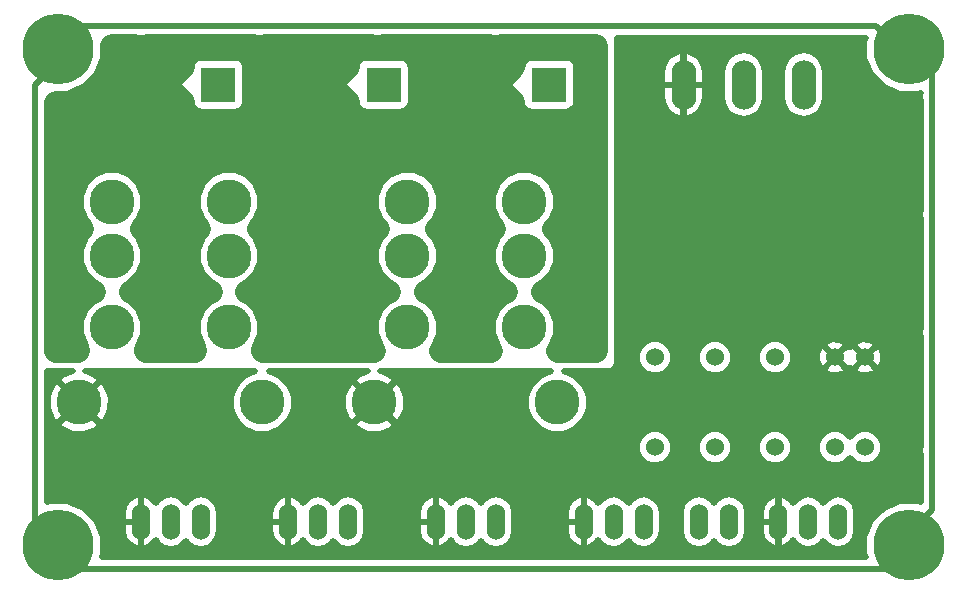
<source format=gbr>
G04 #@! TF.FileFunction,Copper,L2,Bot,Signal*
%FSLAX46Y46*%
G04 Gerber Fmt 4.6, Leading zero omitted, Abs format (unit mm)*
G04 Created by KiCad (PCBNEW 4.0.6) date 06/08/17 14:50:25*
%MOMM*%
%LPD*%
G01*
G04 APERTURE LIST*
%ADD10C,0.100000*%
%ADD11O,1.524000X3.048000*%
%ADD12C,3.800000*%
%ADD13C,6.000000*%
%ADD14O,2.095500X4.191000*%
%ADD15C,1.524000*%
%ADD16R,3.000000X3.000000*%
%ADD17C,3.000000*%
%ADD18C,0.600000*%
%ADD19C,0.500000*%
%ADD20C,2.000000*%
G04 APERTURE END LIST*
D10*
D11*
X173270000Y-119500000D03*
X170730000Y-119500000D03*
D12*
X155950000Y-92390000D03*
X146050000Y-92390000D03*
X146050000Y-96960000D03*
X146050000Y-103050000D03*
X155950000Y-96960000D03*
X155950000Y-103050000D03*
X158745000Y-109400000D03*
X143255000Y-109400000D03*
D11*
X128540000Y-119500000D03*
X126000000Y-119500000D03*
X123460000Y-119500000D03*
X182540000Y-119500000D03*
X180000000Y-119500000D03*
X177460000Y-119500000D03*
D13*
X188500000Y-79500000D03*
X116500000Y-121500000D03*
X188500000Y-121500000D03*
X116500000Y-79500000D03*
D14*
X179580000Y-82500000D03*
X174500000Y-82500000D03*
X169420000Y-82500000D03*
D11*
X153540000Y-119500000D03*
X151000000Y-119500000D03*
X148460000Y-119500000D03*
X141040000Y-119500000D03*
X138500000Y-119500000D03*
X135960000Y-119500000D03*
X166040000Y-119500000D03*
X163500000Y-119500000D03*
X160960000Y-119500000D03*
D15*
X184800000Y-113200000D03*
X182260000Y-113200000D03*
X184800000Y-105580000D03*
X177180000Y-113200000D03*
X182260000Y-105580000D03*
X172100000Y-113200000D03*
X177180000Y-105580000D03*
X167000000Y-113200000D03*
X167020000Y-105580000D03*
X172100000Y-105580000D03*
D12*
X130950000Y-92390000D03*
X121050000Y-92390000D03*
X121050000Y-96960000D03*
X121050000Y-103050000D03*
X130950000Y-96960000D03*
X130950000Y-103050000D03*
X133745000Y-109400000D03*
X118255000Y-109400000D03*
D16*
X130040000Y-82500000D03*
D17*
X124960000Y-82500000D03*
D16*
X144040000Y-82500000D03*
D17*
X138960000Y-82500000D03*
D16*
X158040000Y-82500000D03*
D17*
X152960000Y-82500000D03*
D18*
X174300000Y-98300000D03*
X183500000Y-77500000D03*
X173500000Y-77500000D03*
X128500000Y-123500000D03*
X114500000Y-113500000D03*
X114500000Y-103500000D03*
X114500000Y-93500000D03*
X114500000Y-83500000D03*
X123500000Y-77500000D03*
X133500000Y-77500000D03*
X143500000Y-77500000D03*
X153500000Y-77500000D03*
X163500000Y-77500000D03*
X190500000Y-83500000D03*
X190500000Y-93500000D03*
X190500000Y-103500000D03*
X190500000Y-113500000D03*
X178500000Y-123500000D03*
X168500000Y-123500000D03*
X158500000Y-123500000D03*
X148500000Y-123500000D03*
D19*
X128500000Y-123500000D02*
X186500000Y-123500000D01*
X118500000Y-123500000D02*
X128500000Y-123500000D01*
X116500000Y-121500000D02*
X118500000Y-123500000D01*
X123500000Y-77500000D02*
X118500000Y-77500000D01*
X118500000Y-77500000D02*
X116500000Y-79500000D01*
X133500000Y-77500000D02*
X123500000Y-77500000D01*
X143500000Y-77500000D02*
X133500000Y-77500000D01*
X153500000Y-77500000D02*
X143500000Y-77500000D01*
X163500000Y-77500000D02*
X153500000Y-77500000D01*
X173500000Y-77500000D02*
X163500000Y-77500000D01*
X185750000Y-77500000D02*
X173500000Y-77500000D01*
X187750000Y-79500000D02*
X185750000Y-77500000D01*
X188500000Y-79500000D02*
X187750000Y-79500000D01*
X188500000Y-79500000D02*
X188000000Y-79500000D01*
X116500000Y-79500000D02*
X116500000Y-80500000D01*
X116500000Y-80500000D02*
X114500000Y-82500000D01*
X114500000Y-82500000D02*
X114500000Y-119500000D01*
X114500000Y-119500000D02*
X116500000Y-121500000D01*
X188500000Y-121500000D02*
X188500000Y-120500000D01*
X188500000Y-120500000D02*
X190500000Y-118500000D01*
X190500000Y-118500000D02*
X190500000Y-81500000D01*
X190500000Y-81500000D02*
X188500000Y-79500000D01*
X138500000Y-123500000D02*
X186500000Y-123500000D01*
X186500000Y-123500000D02*
X188500000Y-121500000D01*
X116500000Y-121500000D02*
X117500000Y-121500000D01*
G36*
X173288628Y-78557816D02*
X173709526Y-78558183D01*
X173830978Y-78508000D01*
X183168658Y-78508000D01*
X183288628Y-78557816D01*
X183709526Y-78558183D01*
X183830978Y-78508000D01*
X184842811Y-78508000D01*
X184742653Y-78749208D01*
X184741349Y-80244233D01*
X185312265Y-81625955D01*
X186368484Y-82684020D01*
X187749208Y-83257347D01*
X189244233Y-83258651D01*
X189492000Y-83156276D01*
X189492000Y-83168658D01*
X189442184Y-83288628D01*
X189441817Y-83709526D01*
X189492000Y-83830978D01*
X189492000Y-93168658D01*
X189442184Y-93288628D01*
X189441817Y-93709526D01*
X189492000Y-93830978D01*
X189492000Y-103168658D01*
X189442184Y-103288628D01*
X189441817Y-103709526D01*
X189492000Y-103830978D01*
X189492000Y-113168658D01*
X189442184Y-113288628D01*
X189441817Y-113709526D01*
X189492000Y-113830978D01*
X189492000Y-117842811D01*
X189250792Y-117742653D01*
X187755767Y-117741349D01*
X186374045Y-118312265D01*
X185315980Y-119368484D01*
X184742653Y-120749208D01*
X184741349Y-122244233D01*
X184843724Y-122492000D01*
X178831342Y-122492000D01*
X178711372Y-122442184D01*
X178290474Y-122441817D01*
X178169022Y-122492000D01*
X168831342Y-122492000D01*
X168711372Y-122442184D01*
X168290474Y-122441817D01*
X168169022Y-122492000D01*
X158831342Y-122492000D01*
X158711372Y-122442184D01*
X158290474Y-122441817D01*
X158169022Y-122492000D01*
X148831342Y-122492000D01*
X148711372Y-122442184D01*
X148290474Y-122441817D01*
X148169022Y-122492000D01*
X128831342Y-122492000D01*
X128711372Y-122442184D01*
X128290474Y-122441817D01*
X128169022Y-122492000D01*
X120157189Y-122492000D01*
X120257347Y-122250792D01*
X120258651Y-120755767D01*
X119741432Y-119504000D01*
X121940000Y-119504000D01*
X121940000Y-120266000D01*
X122057234Y-120847374D01*
X122388026Y-121339630D01*
X122882016Y-121667827D01*
X123218270Y-121762656D01*
X123456000Y-121592494D01*
X123456000Y-119504000D01*
X121940000Y-119504000D01*
X119741432Y-119504000D01*
X119687735Y-119374045D01*
X119048807Y-118734000D01*
X121940000Y-118734000D01*
X121940000Y-119496000D01*
X123456000Y-119496000D01*
X123456000Y-117407506D01*
X123464000Y-117407506D01*
X123464000Y-119496000D01*
X123484000Y-119496000D01*
X123484000Y-119504000D01*
X123464000Y-119504000D01*
X123464000Y-121592494D01*
X123701730Y-121762656D01*
X124037984Y-121667827D01*
X124531974Y-121339630D01*
X124715114Y-121067097D01*
X124925198Y-121381509D01*
X125418321Y-121711004D01*
X126000000Y-121826707D01*
X126581679Y-121711004D01*
X127074802Y-121381509D01*
X127270000Y-121089375D01*
X127465198Y-121381509D01*
X127958321Y-121711004D01*
X128540000Y-121826707D01*
X129121679Y-121711004D01*
X129614802Y-121381509D01*
X129944297Y-120888386D01*
X130060000Y-120306707D01*
X130060000Y-119504000D01*
X134440000Y-119504000D01*
X134440000Y-120266000D01*
X134557234Y-120847374D01*
X134888026Y-121339630D01*
X135382016Y-121667827D01*
X135718270Y-121762656D01*
X135956000Y-121592494D01*
X135956000Y-119504000D01*
X134440000Y-119504000D01*
X130060000Y-119504000D01*
X130060000Y-118734000D01*
X134440000Y-118734000D01*
X134440000Y-119496000D01*
X135956000Y-119496000D01*
X135956000Y-117407506D01*
X135964000Y-117407506D01*
X135964000Y-119496000D01*
X135984000Y-119496000D01*
X135984000Y-119504000D01*
X135964000Y-119504000D01*
X135964000Y-121592494D01*
X136201730Y-121762656D01*
X136537984Y-121667827D01*
X137031974Y-121339630D01*
X137215114Y-121067097D01*
X137425198Y-121381509D01*
X137918321Y-121711004D01*
X138500000Y-121826707D01*
X139081679Y-121711004D01*
X139574802Y-121381509D01*
X139770000Y-121089375D01*
X139965198Y-121381509D01*
X140458321Y-121711004D01*
X141040000Y-121826707D01*
X141621679Y-121711004D01*
X142114802Y-121381509D01*
X142444297Y-120888386D01*
X142560000Y-120306707D01*
X142560000Y-119504000D01*
X146940000Y-119504000D01*
X146940000Y-120266000D01*
X147057234Y-120847374D01*
X147388026Y-121339630D01*
X147882016Y-121667827D01*
X148218270Y-121762656D01*
X148456000Y-121592494D01*
X148456000Y-119504000D01*
X146940000Y-119504000D01*
X142560000Y-119504000D01*
X142560000Y-118734000D01*
X146940000Y-118734000D01*
X146940000Y-119496000D01*
X148456000Y-119496000D01*
X148456000Y-117407506D01*
X148464000Y-117407506D01*
X148464000Y-119496000D01*
X148484000Y-119496000D01*
X148484000Y-119504000D01*
X148464000Y-119504000D01*
X148464000Y-121592494D01*
X148701730Y-121762656D01*
X149037984Y-121667827D01*
X149531974Y-121339630D01*
X149715114Y-121067097D01*
X149925198Y-121381509D01*
X150418321Y-121711004D01*
X151000000Y-121826707D01*
X151581679Y-121711004D01*
X152074802Y-121381509D01*
X152270000Y-121089375D01*
X152465198Y-121381509D01*
X152958321Y-121711004D01*
X153540000Y-121826707D01*
X154121679Y-121711004D01*
X154614802Y-121381509D01*
X154944297Y-120888386D01*
X155060000Y-120306707D01*
X155060000Y-119504000D01*
X159440000Y-119504000D01*
X159440000Y-120266000D01*
X159557234Y-120847374D01*
X159888026Y-121339630D01*
X160382016Y-121667827D01*
X160718270Y-121762656D01*
X160956000Y-121592494D01*
X160956000Y-119504000D01*
X159440000Y-119504000D01*
X155060000Y-119504000D01*
X155060000Y-118734000D01*
X159440000Y-118734000D01*
X159440000Y-119496000D01*
X160956000Y-119496000D01*
X160956000Y-117407506D01*
X160964000Y-117407506D01*
X160964000Y-119496000D01*
X160984000Y-119496000D01*
X160984000Y-119504000D01*
X160964000Y-119504000D01*
X160964000Y-121592494D01*
X161201730Y-121762656D01*
X161537984Y-121667827D01*
X162031974Y-121339630D01*
X162215114Y-121067097D01*
X162425198Y-121381509D01*
X162918321Y-121711004D01*
X163500000Y-121826707D01*
X164081679Y-121711004D01*
X164574802Y-121381509D01*
X164770000Y-121089375D01*
X164965198Y-121381509D01*
X165458321Y-121711004D01*
X166040000Y-121826707D01*
X166621679Y-121711004D01*
X167114802Y-121381509D01*
X167444297Y-120888386D01*
X167560000Y-120306707D01*
X167560000Y-118693293D01*
X169210000Y-118693293D01*
X169210000Y-120306707D01*
X169325703Y-120888386D01*
X169655198Y-121381509D01*
X170148321Y-121711004D01*
X170730000Y-121826707D01*
X171311679Y-121711004D01*
X171804802Y-121381509D01*
X172000000Y-121089375D01*
X172195198Y-121381509D01*
X172688321Y-121711004D01*
X173270000Y-121826707D01*
X173851679Y-121711004D01*
X174344802Y-121381509D01*
X174674297Y-120888386D01*
X174790000Y-120306707D01*
X174790000Y-119504000D01*
X175940000Y-119504000D01*
X175940000Y-120266000D01*
X176057234Y-120847374D01*
X176388026Y-121339630D01*
X176882016Y-121667827D01*
X177218270Y-121762656D01*
X177456000Y-121592494D01*
X177456000Y-119504000D01*
X175940000Y-119504000D01*
X174790000Y-119504000D01*
X174790000Y-118734000D01*
X175940000Y-118734000D01*
X175940000Y-119496000D01*
X177456000Y-119496000D01*
X177456000Y-117407506D01*
X177464000Y-117407506D01*
X177464000Y-119496000D01*
X177484000Y-119496000D01*
X177484000Y-119504000D01*
X177464000Y-119504000D01*
X177464000Y-121592494D01*
X177701730Y-121762656D01*
X178037984Y-121667827D01*
X178531974Y-121339630D01*
X178715114Y-121067097D01*
X178925198Y-121381509D01*
X179418321Y-121711004D01*
X180000000Y-121826707D01*
X180581679Y-121711004D01*
X181074802Y-121381509D01*
X181270000Y-121089375D01*
X181465198Y-121381509D01*
X181958321Y-121711004D01*
X182540000Y-121826707D01*
X183121679Y-121711004D01*
X183614802Y-121381509D01*
X183944297Y-120888386D01*
X184060000Y-120306707D01*
X184060000Y-118693293D01*
X183944297Y-118111614D01*
X183614802Y-117618491D01*
X183121679Y-117288996D01*
X182540000Y-117173293D01*
X181958321Y-117288996D01*
X181465198Y-117618491D01*
X181270000Y-117910625D01*
X181074802Y-117618491D01*
X180581679Y-117288996D01*
X180000000Y-117173293D01*
X179418321Y-117288996D01*
X178925198Y-117618491D01*
X178715114Y-117932903D01*
X178531974Y-117660370D01*
X178037984Y-117332173D01*
X177701730Y-117237344D01*
X177464000Y-117407506D01*
X177456000Y-117407506D01*
X177218270Y-117237344D01*
X176882016Y-117332173D01*
X176388026Y-117660370D01*
X176057234Y-118152626D01*
X175940000Y-118734000D01*
X174790000Y-118734000D01*
X174790000Y-118693293D01*
X174674297Y-118111614D01*
X174344802Y-117618491D01*
X173851679Y-117288996D01*
X173270000Y-117173293D01*
X172688321Y-117288996D01*
X172195198Y-117618491D01*
X172000000Y-117910625D01*
X171804802Y-117618491D01*
X171311679Y-117288996D01*
X170730000Y-117173293D01*
X170148321Y-117288996D01*
X169655198Y-117618491D01*
X169325703Y-118111614D01*
X169210000Y-118693293D01*
X167560000Y-118693293D01*
X167444297Y-118111614D01*
X167114802Y-117618491D01*
X166621679Y-117288996D01*
X166040000Y-117173293D01*
X165458321Y-117288996D01*
X164965198Y-117618491D01*
X164770000Y-117910625D01*
X164574802Y-117618491D01*
X164081679Y-117288996D01*
X163500000Y-117173293D01*
X162918321Y-117288996D01*
X162425198Y-117618491D01*
X162215114Y-117932903D01*
X162031974Y-117660370D01*
X161537984Y-117332173D01*
X161201730Y-117237344D01*
X160964000Y-117407506D01*
X160956000Y-117407506D01*
X160718270Y-117237344D01*
X160382016Y-117332173D01*
X159888026Y-117660370D01*
X159557234Y-118152626D01*
X159440000Y-118734000D01*
X155060000Y-118734000D01*
X155060000Y-118693293D01*
X154944297Y-118111614D01*
X154614802Y-117618491D01*
X154121679Y-117288996D01*
X153540000Y-117173293D01*
X152958321Y-117288996D01*
X152465198Y-117618491D01*
X152270000Y-117910625D01*
X152074802Y-117618491D01*
X151581679Y-117288996D01*
X151000000Y-117173293D01*
X150418321Y-117288996D01*
X149925198Y-117618491D01*
X149715114Y-117932903D01*
X149531974Y-117660370D01*
X149037984Y-117332173D01*
X148701730Y-117237344D01*
X148464000Y-117407506D01*
X148456000Y-117407506D01*
X148218270Y-117237344D01*
X147882016Y-117332173D01*
X147388026Y-117660370D01*
X147057234Y-118152626D01*
X146940000Y-118734000D01*
X142560000Y-118734000D01*
X142560000Y-118693293D01*
X142444297Y-118111614D01*
X142114802Y-117618491D01*
X141621679Y-117288996D01*
X141040000Y-117173293D01*
X140458321Y-117288996D01*
X139965198Y-117618491D01*
X139770000Y-117910625D01*
X139574802Y-117618491D01*
X139081679Y-117288996D01*
X138500000Y-117173293D01*
X137918321Y-117288996D01*
X137425198Y-117618491D01*
X137215114Y-117932903D01*
X137031974Y-117660370D01*
X136537984Y-117332173D01*
X136201730Y-117237344D01*
X135964000Y-117407506D01*
X135956000Y-117407506D01*
X135718270Y-117237344D01*
X135382016Y-117332173D01*
X134888026Y-117660370D01*
X134557234Y-118152626D01*
X134440000Y-118734000D01*
X130060000Y-118734000D01*
X130060000Y-118693293D01*
X129944297Y-118111614D01*
X129614802Y-117618491D01*
X129121679Y-117288996D01*
X128540000Y-117173293D01*
X127958321Y-117288996D01*
X127465198Y-117618491D01*
X127270000Y-117910625D01*
X127074802Y-117618491D01*
X126581679Y-117288996D01*
X126000000Y-117173293D01*
X125418321Y-117288996D01*
X124925198Y-117618491D01*
X124715114Y-117932903D01*
X124531974Y-117660370D01*
X124037984Y-117332173D01*
X123701730Y-117237344D01*
X123464000Y-117407506D01*
X123456000Y-117407506D01*
X123218270Y-117237344D01*
X122882016Y-117332173D01*
X122388026Y-117660370D01*
X122057234Y-118152626D01*
X121940000Y-118734000D01*
X119048807Y-118734000D01*
X118631516Y-118315980D01*
X117250792Y-117742653D01*
X115755767Y-117741349D01*
X115508000Y-117843724D01*
X115508000Y-113831342D01*
X115557816Y-113711372D01*
X115557999Y-113501020D01*
X165479736Y-113501020D01*
X165710655Y-114059886D01*
X166137865Y-114487842D01*
X166696327Y-114719736D01*
X167301020Y-114720264D01*
X167859886Y-114489345D01*
X168287842Y-114062135D01*
X168519736Y-113503673D01*
X168519738Y-113501020D01*
X170579736Y-113501020D01*
X170810655Y-114059886D01*
X171237865Y-114487842D01*
X171796327Y-114719736D01*
X172401020Y-114720264D01*
X172959886Y-114489345D01*
X173387842Y-114062135D01*
X173619736Y-113503673D01*
X173619738Y-113501020D01*
X175659736Y-113501020D01*
X175890655Y-114059886D01*
X176317865Y-114487842D01*
X176876327Y-114719736D01*
X177481020Y-114720264D01*
X178039886Y-114489345D01*
X178467842Y-114062135D01*
X178699736Y-113503673D01*
X178699738Y-113501020D01*
X180739736Y-113501020D01*
X180970655Y-114059886D01*
X181397865Y-114487842D01*
X181956327Y-114719736D01*
X182561020Y-114720264D01*
X183119886Y-114489345D01*
X183530341Y-114079606D01*
X183937865Y-114487842D01*
X184496327Y-114719736D01*
X185101020Y-114720264D01*
X185659886Y-114489345D01*
X186087842Y-114062135D01*
X186319736Y-113503673D01*
X186320264Y-112898980D01*
X186089345Y-112340114D01*
X185662135Y-111912158D01*
X185103673Y-111680264D01*
X184498980Y-111679736D01*
X183940114Y-111910655D01*
X183529659Y-112320394D01*
X183122135Y-111912158D01*
X182563673Y-111680264D01*
X181958980Y-111679736D01*
X181400114Y-111910655D01*
X180972158Y-112337865D01*
X180740264Y-112896327D01*
X180739736Y-113501020D01*
X178699738Y-113501020D01*
X178700264Y-112898980D01*
X178469345Y-112340114D01*
X178042135Y-111912158D01*
X177483673Y-111680264D01*
X176878980Y-111679736D01*
X176320114Y-111910655D01*
X175892158Y-112337865D01*
X175660264Y-112896327D01*
X175659736Y-113501020D01*
X173619738Y-113501020D01*
X173620264Y-112898980D01*
X173389345Y-112340114D01*
X172962135Y-111912158D01*
X172403673Y-111680264D01*
X171798980Y-111679736D01*
X171240114Y-111910655D01*
X170812158Y-112337865D01*
X170580264Y-112896327D01*
X170579736Y-113501020D01*
X168519738Y-113501020D01*
X168520264Y-112898980D01*
X168289345Y-112340114D01*
X167862135Y-111912158D01*
X167303673Y-111680264D01*
X166698980Y-111679736D01*
X166140114Y-111910655D01*
X165712158Y-112337865D01*
X165480264Y-112896327D01*
X165479736Y-113501020D01*
X115557999Y-113501020D01*
X115558183Y-113290474D01*
X115508000Y-113169022D01*
X115508000Y-111185141D01*
X116475516Y-111185141D01*
X116665297Y-111594844D01*
X117626236Y-112036124D01*
X118682899Y-112076080D01*
X119674418Y-111708626D01*
X119844703Y-111594844D01*
X120034484Y-111185141D01*
X118255000Y-109405657D01*
X116475516Y-111185141D01*
X115508000Y-111185141D01*
X115508000Y-109827899D01*
X115578920Y-109827899D01*
X115946374Y-110819418D01*
X116060156Y-110989703D01*
X116469859Y-111179484D01*
X118249343Y-109400000D01*
X118260657Y-109400000D01*
X120040141Y-111179484D01*
X120449844Y-110989703D01*
X120891124Y-110028764D01*
X120931080Y-108972101D01*
X120563626Y-107980582D01*
X120449844Y-107810297D01*
X120040141Y-107620516D01*
X118260657Y-109400000D01*
X118249343Y-109400000D01*
X116469859Y-107620516D01*
X116060156Y-107810297D01*
X115618876Y-108771236D01*
X115578920Y-109827899D01*
X115508000Y-109827899D01*
X115508000Y-106758000D01*
X117735141Y-106758000D01*
X116835582Y-107091374D01*
X116665297Y-107205156D01*
X116475516Y-107614859D01*
X118255000Y-109394343D01*
X120034484Y-107614859D01*
X119844703Y-107205156D01*
X118883764Y-106763876D01*
X118728369Y-106758000D01*
X133178775Y-106758000D01*
X132241331Y-107145344D01*
X131492971Y-107892398D01*
X131087463Y-108868972D01*
X131086540Y-109926389D01*
X131490344Y-110903669D01*
X132237398Y-111652029D01*
X133213972Y-112057537D01*
X134271389Y-112058460D01*
X135248669Y-111654656D01*
X135719004Y-111185141D01*
X141475516Y-111185141D01*
X141665297Y-111594844D01*
X142626236Y-112036124D01*
X143682899Y-112076080D01*
X144674418Y-111708626D01*
X144844703Y-111594844D01*
X145034484Y-111185141D01*
X143255000Y-109405657D01*
X141475516Y-111185141D01*
X135719004Y-111185141D01*
X135997029Y-110907602D01*
X136402537Y-109931028D01*
X136402627Y-109827899D01*
X140578920Y-109827899D01*
X140946374Y-110819418D01*
X141060156Y-110989703D01*
X141469859Y-111179484D01*
X143249343Y-109400000D01*
X143260657Y-109400000D01*
X145040141Y-111179484D01*
X145449844Y-110989703D01*
X145891124Y-110028764D01*
X145931080Y-108972101D01*
X145563626Y-107980582D01*
X145449844Y-107810297D01*
X145040141Y-107620516D01*
X143260657Y-109400000D01*
X143249343Y-109400000D01*
X141469859Y-107620516D01*
X141060156Y-107810297D01*
X140618876Y-108771236D01*
X140578920Y-109827899D01*
X136402627Y-109827899D01*
X136403460Y-108873611D01*
X135999656Y-107896331D01*
X135252602Y-107147971D01*
X134313445Y-106758000D01*
X142735141Y-106758000D01*
X141835582Y-107091374D01*
X141665297Y-107205156D01*
X141475516Y-107614859D01*
X143255000Y-109394343D01*
X145034484Y-107614859D01*
X144844703Y-107205156D01*
X143883764Y-106763876D01*
X143728369Y-106758000D01*
X158178775Y-106758000D01*
X157241331Y-107145344D01*
X156492971Y-107892398D01*
X156087463Y-108868972D01*
X156086540Y-109926389D01*
X156490344Y-110903669D01*
X157237398Y-111652029D01*
X158213972Y-112057537D01*
X159271389Y-112058460D01*
X160248669Y-111654656D01*
X160997029Y-110907602D01*
X161402537Y-109931028D01*
X161403460Y-108873611D01*
X160999656Y-107896331D01*
X160252602Y-107147971D01*
X159313445Y-106758000D01*
X163000000Y-106758000D01*
X163275501Y-106706161D01*
X163528531Y-106543340D01*
X163698280Y-106294904D01*
X163758000Y-106000000D01*
X163758000Y-105881020D01*
X165499736Y-105881020D01*
X165730655Y-106439886D01*
X166157865Y-106867842D01*
X166716327Y-107099736D01*
X167321020Y-107100264D01*
X167879886Y-106869345D01*
X168307842Y-106442135D01*
X168539736Y-105883673D01*
X168539738Y-105881020D01*
X170579736Y-105881020D01*
X170810655Y-106439886D01*
X171237865Y-106867842D01*
X171796327Y-107099736D01*
X172401020Y-107100264D01*
X172959886Y-106869345D01*
X173387842Y-106442135D01*
X173619736Y-105883673D01*
X173619738Y-105881020D01*
X175659736Y-105881020D01*
X175890655Y-106439886D01*
X176317865Y-106867842D01*
X176876327Y-107099736D01*
X177481020Y-107100264D01*
X178039886Y-106869345D01*
X178365110Y-106544687D01*
X181300970Y-106544687D01*
X181352302Y-106836145D01*
X181902101Y-107087888D01*
X182506389Y-107110069D01*
X183073165Y-106899311D01*
X183167698Y-106836145D01*
X183219030Y-106544687D01*
X183840970Y-106544687D01*
X183892302Y-106836145D01*
X184442101Y-107087888D01*
X185046389Y-107110069D01*
X185613165Y-106899311D01*
X185707698Y-106836145D01*
X185759030Y-106544687D01*
X184800000Y-105585657D01*
X183840970Y-106544687D01*
X183219030Y-106544687D01*
X182260000Y-105585657D01*
X181300970Y-106544687D01*
X178365110Y-106544687D01*
X178467842Y-106442135D01*
X178699736Y-105883673D01*
X178699786Y-105826389D01*
X180729931Y-105826389D01*
X180940689Y-106393165D01*
X181003855Y-106487698D01*
X181295313Y-106539030D01*
X182254343Y-105580000D01*
X182265657Y-105580000D01*
X183224687Y-106539030D01*
X183516145Y-106487698D01*
X183527412Y-106463090D01*
X183543855Y-106487698D01*
X183835313Y-106539030D01*
X184794343Y-105580000D01*
X184805657Y-105580000D01*
X185764687Y-106539030D01*
X186056145Y-106487698D01*
X186307888Y-105937899D01*
X186330069Y-105333611D01*
X186119311Y-104766835D01*
X186056145Y-104672302D01*
X185764687Y-104620970D01*
X184805657Y-105580000D01*
X184794343Y-105580000D01*
X183835313Y-104620970D01*
X183543855Y-104672302D01*
X183532588Y-104696910D01*
X183516145Y-104672302D01*
X183224687Y-104620970D01*
X182265657Y-105580000D01*
X182254343Y-105580000D01*
X181295313Y-104620970D01*
X181003855Y-104672302D01*
X180752112Y-105222101D01*
X180729931Y-105826389D01*
X178699786Y-105826389D01*
X178700264Y-105278980D01*
X178469345Y-104720114D01*
X178364727Y-104615313D01*
X181300970Y-104615313D01*
X182260000Y-105574343D01*
X183219030Y-104615313D01*
X183840970Y-104615313D01*
X184800000Y-105574343D01*
X185759030Y-104615313D01*
X185707698Y-104323855D01*
X185157899Y-104072112D01*
X184553611Y-104049931D01*
X183986835Y-104260689D01*
X183892302Y-104323855D01*
X183840970Y-104615313D01*
X183219030Y-104615313D01*
X183167698Y-104323855D01*
X182617899Y-104072112D01*
X182013611Y-104049931D01*
X181446835Y-104260689D01*
X181352302Y-104323855D01*
X181300970Y-104615313D01*
X178364727Y-104615313D01*
X178042135Y-104292158D01*
X177483673Y-104060264D01*
X176878980Y-104059736D01*
X176320114Y-104290655D01*
X175892158Y-104717865D01*
X175660264Y-105276327D01*
X175659736Y-105881020D01*
X173619738Y-105881020D01*
X173620264Y-105278980D01*
X173389345Y-104720114D01*
X172962135Y-104292158D01*
X172403673Y-104060264D01*
X171798980Y-104059736D01*
X171240114Y-104290655D01*
X170812158Y-104717865D01*
X170580264Y-105276327D01*
X170579736Y-105881020D01*
X168539738Y-105881020D01*
X168540264Y-105278980D01*
X168309345Y-104720114D01*
X167882135Y-104292158D01*
X167323673Y-104060264D01*
X166718980Y-104059736D01*
X166160114Y-104290655D01*
X165732158Y-104717865D01*
X165500264Y-105276327D01*
X165499736Y-105881020D01*
X163758000Y-105881020D01*
X163758000Y-82504000D01*
X167614250Y-82504000D01*
X167614250Y-83551750D01*
X167753235Y-84242476D01*
X168145970Y-84827436D01*
X168732664Y-85217576D01*
X169133568Y-85330639D01*
X169416000Y-85163995D01*
X169416000Y-82504000D01*
X169424000Y-82504000D01*
X169424000Y-85163995D01*
X169706432Y-85330639D01*
X170107336Y-85217576D01*
X170694030Y-84827436D01*
X171086765Y-84242476D01*
X171225750Y-83551750D01*
X171225750Y-82504000D01*
X169424000Y-82504000D01*
X169416000Y-82504000D01*
X167614250Y-82504000D01*
X163758000Y-82504000D01*
X163758000Y-81448250D01*
X167614250Y-81448250D01*
X167614250Y-82496000D01*
X169416000Y-82496000D01*
X169416000Y-79836005D01*
X169424000Y-79836005D01*
X169424000Y-82496000D01*
X171225750Y-82496000D01*
X171225750Y-81448250D01*
X171215307Y-81396347D01*
X172694250Y-81396347D01*
X172694250Y-83603653D01*
X172831705Y-84294684D01*
X173223142Y-84880511D01*
X173808969Y-85271948D01*
X174500000Y-85409403D01*
X175191031Y-85271948D01*
X175776858Y-84880511D01*
X176168295Y-84294684D01*
X176305750Y-83603653D01*
X176305750Y-81396347D01*
X177774250Y-81396347D01*
X177774250Y-83603653D01*
X177911705Y-84294684D01*
X178303142Y-84880511D01*
X178888969Y-85271948D01*
X179580000Y-85409403D01*
X180271031Y-85271948D01*
X180856858Y-84880511D01*
X181248295Y-84294684D01*
X181385750Y-83603653D01*
X181385750Y-81396347D01*
X181248295Y-80705316D01*
X180856858Y-80119489D01*
X180271031Y-79728052D01*
X179580000Y-79590597D01*
X178888969Y-79728052D01*
X178303142Y-80119489D01*
X177911705Y-80705316D01*
X177774250Y-81396347D01*
X176305750Y-81396347D01*
X176168295Y-80705316D01*
X175776858Y-80119489D01*
X175191031Y-79728052D01*
X174500000Y-79590597D01*
X173808969Y-79728052D01*
X173223142Y-80119489D01*
X172831705Y-80705316D01*
X172694250Y-81396347D01*
X171215307Y-81396347D01*
X171086765Y-80757524D01*
X170694030Y-80172564D01*
X170107336Y-79782424D01*
X169706432Y-79669361D01*
X169424000Y-79836005D01*
X169416000Y-79836005D01*
X169133568Y-79669361D01*
X168732664Y-79782424D01*
X168145970Y-80172564D01*
X167753235Y-80757524D01*
X167614250Y-81448250D01*
X163758000Y-81448250D01*
X163758000Y-78538154D01*
X163830978Y-78508000D01*
X173168658Y-78508000D01*
X173288628Y-78557816D01*
X173288628Y-78557816D01*
G37*
X173288628Y-78557816D02*
X173709526Y-78558183D01*
X173830978Y-78508000D01*
X183168658Y-78508000D01*
X183288628Y-78557816D01*
X183709526Y-78558183D01*
X183830978Y-78508000D01*
X184842811Y-78508000D01*
X184742653Y-78749208D01*
X184741349Y-80244233D01*
X185312265Y-81625955D01*
X186368484Y-82684020D01*
X187749208Y-83257347D01*
X189244233Y-83258651D01*
X189492000Y-83156276D01*
X189492000Y-83168658D01*
X189442184Y-83288628D01*
X189441817Y-83709526D01*
X189492000Y-83830978D01*
X189492000Y-93168658D01*
X189442184Y-93288628D01*
X189441817Y-93709526D01*
X189492000Y-93830978D01*
X189492000Y-103168658D01*
X189442184Y-103288628D01*
X189441817Y-103709526D01*
X189492000Y-103830978D01*
X189492000Y-113168658D01*
X189442184Y-113288628D01*
X189441817Y-113709526D01*
X189492000Y-113830978D01*
X189492000Y-117842811D01*
X189250792Y-117742653D01*
X187755767Y-117741349D01*
X186374045Y-118312265D01*
X185315980Y-119368484D01*
X184742653Y-120749208D01*
X184741349Y-122244233D01*
X184843724Y-122492000D01*
X178831342Y-122492000D01*
X178711372Y-122442184D01*
X178290474Y-122441817D01*
X178169022Y-122492000D01*
X168831342Y-122492000D01*
X168711372Y-122442184D01*
X168290474Y-122441817D01*
X168169022Y-122492000D01*
X158831342Y-122492000D01*
X158711372Y-122442184D01*
X158290474Y-122441817D01*
X158169022Y-122492000D01*
X148831342Y-122492000D01*
X148711372Y-122442184D01*
X148290474Y-122441817D01*
X148169022Y-122492000D01*
X128831342Y-122492000D01*
X128711372Y-122442184D01*
X128290474Y-122441817D01*
X128169022Y-122492000D01*
X120157189Y-122492000D01*
X120257347Y-122250792D01*
X120258651Y-120755767D01*
X119741432Y-119504000D01*
X121940000Y-119504000D01*
X121940000Y-120266000D01*
X122057234Y-120847374D01*
X122388026Y-121339630D01*
X122882016Y-121667827D01*
X123218270Y-121762656D01*
X123456000Y-121592494D01*
X123456000Y-119504000D01*
X121940000Y-119504000D01*
X119741432Y-119504000D01*
X119687735Y-119374045D01*
X119048807Y-118734000D01*
X121940000Y-118734000D01*
X121940000Y-119496000D01*
X123456000Y-119496000D01*
X123456000Y-117407506D01*
X123464000Y-117407506D01*
X123464000Y-119496000D01*
X123484000Y-119496000D01*
X123484000Y-119504000D01*
X123464000Y-119504000D01*
X123464000Y-121592494D01*
X123701730Y-121762656D01*
X124037984Y-121667827D01*
X124531974Y-121339630D01*
X124715114Y-121067097D01*
X124925198Y-121381509D01*
X125418321Y-121711004D01*
X126000000Y-121826707D01*
X126581679Y-121711004D01*
X127074802Y-121381509D01*
X127270000Y-121089375D01*
X127465198Y-121381509D01*
X127958321Y-121711004D01*
X128540000Y-121826707D01*
X129121679Y-121711004D01*
X129614802Y-121381509D01*
X129944297Y-120888386D01*
X130060000Y-120306707D01*
X130060000Y-119504000D01*
X134440000Y-119504000D01*
X134440000Y-120266000D01*
X134557234Y-120847374D01*
X134888026Y-121339630D01*
X135382016Y-121667827D01*
X135718270Y-121762656D01*
X135956000Y-121592494D01*
X135956000Y-119504000D01*
X134440000Y-119504000D01*
X130060000Y-119504000D01*
X130060000Y-118734000D01*
X134440000Y-118734000D01*
X134440000Y-119496000D01*
X135956000Y-119496000D01*
X135956000Y-117407506D01*
X135964000Y-117407506D01*
X135964000Y-119496000D01*
X135984000Y-119496000D01*
X135984000Y-119504000D01*
X135964000Y-119504000D01*
X135964000Y-121592494D01*
X136201730Y-121762656D01*
X136537984Y-121667827D01*
X137031974Y-121339630D01*
X137215114Y-121067097D01*
X137425198Y-121381509D01*
X137918321Y-121711004D01*
X138500000Y-121826707D01*
X139081679Y-121711004D01*
X139574802Y-121381509D01*
X139770000Y-121089375D01*
X139965198Y-121381509D01*
X140458321Y-121711004D01*
X141040000Y-121826707D01*
X141621679Y-121711004D01*
X142114802Y-121381509D01*
X142444297Y-120888386D01*
X142560000Y-120306707D01*
X142560000Y-119504000D01*
X146940000Y-119504000D01*
X146940000Y-120266000D01*
X147057234Y-120847374D01*
X147388026Y-121339630D01*
X147882016Y-121667827D01*
X148218270Y-121762656D01*
X148456000Y-121592494D01*
X148456000Y-119504000D01*
X146940000Y-119504000D01*
X142560000Y-119504000D01*
X142560000Y-118734000D01*
X146940000Y-118734000D01*
X146940000Y-119496000D01*
X148456000Y-119496000D01*
X148456000Y-117407506D01*
X148464000Y-117407506D01*
X148464000Y-119496000D01*
X148484000Y-119496000D01*
X148484000Y-119504000D01*
X148464000Y-119504000D01*
X148464000Y-121592494D01*
X148701730Y-121762656D01*
X149037984Y-121667827D01*
X149531974Y-121339630D01*
X149715114Y-121067097D01*
X149925198Y-121381509D01*
X150418321Y-121711004D01*
X151000000Y-121826707D01*
X151581679Y-121711004D01*
X152074802Y-121381509D01*
X152270000Y-121089375D01*
X152465198Y-121381509D01*
X152958321Y-121711004D01*
X153540000Y-121826707D01*
X154121679Y-121711004D01*
X154614802Y-121381509D01*
X154944297Y-120888386D01*
X155060000Y-120306707D01*
X155060000Y-119504000D01*
X159440000Y-119504000D01*
X159440000Y-120266000D01*
X159557234Y-120847374D01*
X159888026Y-121339630D01*
X160382016Y-121667827D01*
X160718270Y-121762656D01*
X160956000Y-121592494D01*
X160956000Y-119504000D01*
X159440000Y-119504000D01*
X155060000Y-119504000D01*
X155060000Y-118734000D01*
X159440000Y-118734000D01*
X159440000Y-119496000D01*
X160956000Y-119496000D01*
X160956000Y-117407506D01*
X160964000Y-117407506D01*
X160964000Y-119496000D01*
X160984000Y-119496000D01*
X160984000Y-119504000D01*
X160964000Y-119504000D01*
X160964000Y-121592494D01*
X161201730Y-121762656D01*
X161537984Y-121667827D01*
X162031974Y-121339630D01*
X162215114Y-121067097D01*
X162425198Y-121381509D01*
X162918321Y-121711004D01*
X163500000Y-121826707D01*
X164081679Y-121711004D01*
X164574802Y-121381509D01*
X164770000Y-121089375D01*
X164965198Y-121381509D01*
X165458321Y-121711004D01*
X166040000Y-121826707D01*
X166621679Y-121711004D01*
X167114802Y-121381509D01*
X167444297Y-120888386D01*
X167560000Y-120306707D01*
X167560000Y-118693293D01*
X169210000Y-118693293D01*
X169210000Y-120306707D01*
X169325703Y-120888386D01*
X169655198Y-121381509D01*
X170148321Y-121711004D01*
X170730000Y-121826707D01*
X171311679Y-121711004D01*
X171804802Y-121381509D01*
X172000000Y-121089375D01*
X172195198Y-121381509D01*
X172688321Y-121711004D01*
X173270000Y-121826707D01*
X173851679Y-121711004D01*
X174344802Y-121381509D01*
X174674297Y-120888386D01*
X174790000Y-120306707D01*
X174790000Y-119504000D01*
X175940000Y-119504000D01*
X175940000Y-120266000D01*
X176057234Y-120847374D01*
X176388026Y-121339630D01*
X176882016Y-121667827D01*
X177218270Y-121762656D01*
X177456000Y-121592494D01*
X177456000Y-119504000D01*
X175940000Y-119504000D01*
X174790000Y-119504000D01*
X174790000Y-118734000D01*
X175940000Y-118734000D01*
X175940000Y-119496000D01*
X177456000Y-119496000D01*
X177456000Y-117407506D01*
X177464000Y-117407506D01*
X177464000Y-119496000D01*
X177484000Y-119496000D01*
X177484000Y-119504000D01*
X177464000Y-119504000D01*
X177464000Y-121592494D01*
X177701730Y-121762656D01*
X178037984Y-121667827D01*
X178531974Y-121339630D01*
X178715114Y-121067097D01*
X178925198Y-121381509D01*
X179418321Y-121711004D01*
X180000000Y-121826707D01*
X180581679Y-121711004D01*
X181074802Y-121381509D01*
X181270000Y-121089375D01*
X181465198Y-121381509D01*
X181958321Y-121711004D01*
X182540000Y-121826707D01*
X183121679Y-121711004D01*
X183614802Y-121381509D01*
X183944297Y-120888386D01*
X184060000Y-120306707D01*
X184060000Y-118693293D01*
X183944297Y-118111614D01*
X183614802Y-117618491D01*
X183121679Y-117288996D01*
X182540000Y-117173293D01*
X181958321Y-117288996D01*
X181465198Y-117618491D01*
X181270000Y-117910625D01*
X181074802Y-117618491D01*
X180581679Y-117288996D01*
X180000000Y-117173293D01*
X179418321Y-117288996D01*
X178925198Y-117618491D01*
X178715114Y-117932903D01*
X178531974Y-117660370D01*
X178037984Y-117332173D01*
X177701730Y-117237344D01*
X177464000Y-117407506D01*
X177456000Y-117407506D01*
X177218270Y-117237344D01*
X176882016Y-117332173D01*
X176388026Y-117660370D01*
X176057234Y-118152626D01*
X175940000Y-118734000D01*
X174790000Y-118734000D01*
X174790000Y-118693293D01*
X174674297Y-118111614D01*
X174344802Y-117618491D01*
X173851679Y-117288996D01*
X173270000Y-117173293D01*
X172688321Y-117288996D01*
X172195198Y-117618491D01*
X172000000Y-117910625D01*
X171804802Y-117618491D01*
X171311679Y-117288996D01*
X170730000Y-117173293D01*
X170148321Y-117288996D01*
X169655198Y-117618491D01*
X169325703Y-118111614D01*
X169210000Y-118693293D01*
X167560000Y-118693293D01*
X167444297Y-118111614D01*
X167114802Y-117618491D01*
X166621679Y-117288996D01*
X166040000Y-117173293D01*
X165458321Y-117288996D01*
X164965198Y-117618491D01*
X164770000Y-117910625D01*
X164574802Y-117618491D01*
X164081679Y-117288996D01*
X163500000Y-117173293D01*
X162918321Y-117288996D01*
X162425198Y-117618491D01*
X162215114Y-117932903D01*
X162031974Y-117660370D01*
X161537984Y-117332173D01*
X161201730Y-117237344D01*
X160964000Y-117407506D01*
X160956000Y-117407506D01*
X160718270Y-117237344D01*
X160382016Y-117332173D01*
X159888026Y-117660370D01*
X159557234Y-118152626D01*
X159440000Y-118734000D01*
X155060000Y-118734000D01*
X155060000Y-118693293D01*
X154944297Y-118111614D01*
X154614802Y-117618491D01*
X154121679Y-117288996D01*
X153540000Y-117173293D01*
X152958321Y-117288996D01*
X152465198Y-117618491D01*
X152270000Y-117910625D01*
X152074802Y-117618491D01*
X151581679Y-117288996D01*
X151000000Y-117173293D01*
X150418321Y-117288996D01*
X149925198Y-117618491D01*
X149715114Y-117932903D01*
X149531974Y-117660370D01*
X149037984Y-117332173D01*
X148701730Y-117237344D01*
X148464000Y-117407506D01*
X148456000Y-117407506D01*
X148218270Y-117237344D01*
X147882016Y-117332173D01*
X147388026Y-117660370D01*
X147057234Y-118152626D01*
X146940000Y-118734000D01*
X142560000Y-118734000D01*
X142560000Y-118693293D01*
X142444297Y-118111614D01*
X142114802Y-117618491D01*
X141621679Y-117288996D01*
X141040000Y-117173293D01*
X140458321Y-117288996D01*
X139965198Y-117618491D01*
X139770000Y-117910625D01*
X139574802Y-117618491D01*
X139081679Y-117288996D01*
X138500000Y-117173293D01*
X137918321Y-117288996D01*
X137425198Y-117618491D01*
X137215114Y-117932903D01*
X137031974Y-117660370D01*
X136537984Y-117332173D01*
X136201730Y-117237344D01*
X135964000Y-117407506D01*
X135956000Y-117407506D01*
X135718270Y-117237344D01*
X135382016Y-117332173D01*
X134888026Y-117660370D01*
X134557234Y-118152626D01*
X134440000Y-118734000D01*
X130060000Y-118734000D01*
X130060000Y-118693293D01*
X129944297Y-118111614D01*
X129614802Y-117618491D01*
X129121679Y-117288996D01*
X128540000Y-117173293D01*
X127958321Y-117288996D01*
X127465198Y-117618491D01*
X127270000Y-117910625D01*
X127074802Y-117618491D01*
X126581679Y-117288996D01*
X126000000Y-117173293D01*
X125418321Y-117288996D01*
X124925198Y-117618491D01*
X124715114Y-117932903D01*
X124531974Y-117660370D01*
X124037984Y-117332173D01*
X123701730Y-117237344D01*
X123464000Y-117407506D01*
X123456000Y-117407506D01*
X123218270Y-117237344D01*
X122882016Y-117332173D01*
X122388026Y-117660370D01*
X122057234Y-118152626D01*
X121940000Y-118734000D01*
X119048807Y-118734000D01*
X118631516Y-118315980D01*
X117250792Y-117742653D01*
X115755767Y-117741349D01*
X115508000Y-117843724D01*
X115508000Y-113831342D01*
X115557816Y-113711372D01*
X115557999Y-113501020D01*
X165479736Y-113501020D01*
X165710655Y-114059886D01*
X166137865Y-114487842D01*
X166696327Y-114719736D01*
X167301020Y-114720264D01*
X167859886Y-114489345D01*
X168287842Y-114062135D01*
X168519736Y-113503673D01*
X168519738Y-113501020D01*
X170579736Y-113501020D01*
X170810655Y-114059886D01*
X171237865Y-114487842D01*
X171796327Y-114719736D01*
X172401020Y-114720264D01*
X172959886Y-114489345D01*
X173387842Y-114062135D01*
X173619736Y-113503673D01*
X173619738Y-113501020D01*
X175659736Y-113501020D01*
X175890655Y-114059886D01*
X176317865Y-114487842D01*
X176876327Y-114719736D01*
X177481020Y-114720264D01*
X178039886Y-114489345D01*
X178467842Y-114062135D01*
X178699736Y-113503673D01*
X178699738Y-113501020D01*
X180739736Y-113501020D01*
X180970655Y-114059886D01*
X181397865Y-114487842D01*
X181956327Y-114719736D01*
X182561020Y-114720264D01*
X183119886Y-114489345D01*
X183530341Y-114079606D01*
X183937865Y-114487842D01*
X184496327Y-114719736D01*
X185101020Y-114720264D01*
X185659886Y-114489345D01*
X186087842Y-114062135D01*
X186319736Y-113503673D01*
X186320264Y-112898980D01*
X186089345Y-112340114D01*
X185662135Y-111912158D01*
X185103673Y-111680264D01*
X184498980Y-111679736D01*
X183940114Y-111910655D01*
X183529659Y-112320394D01*
X183122135Y-111912158D01*
X182563673Y-111680264D01*
X181958980Y-111679736D01*
X181400114Y-111910655D01*
X180972158Y-112337865D01*
X180740264Y-112896327D01*
X180739736Y-113501020D01*
X178699738Y-113501020D01*
X178700264Y-112898980D01*
X178469345Y-112340114D01*
X178042135Y-111912158D01*
X177483673Y-111680264D01*
X176878980Y-111679736D01*
X176320114Y-111910655D01*
X175892158Y-112337865D01*
X175660264Y-112896327D01*
X175659736Y-113501020D01*
X173619738Y-113501020D01*
X173620264Y-112898980D01*
X173389345Y-112340114D01*
X172962135Y-111912158D01*
X172403673Y-111680264D01*
X171798980Y-111679736D01*
X171240114Y-111910655D01*
X170812158Y-112337865D01*
X170580264Y-112896327D01*
X170579736Y-113501020D01*
X168519738Y-113501020D01*
X168520264Y-112898980D01*
X168289345Y-112340114D01*
X167862135Y-111912158D01*
X167303673Y-111680264D01*
X166698980Y-111679736D01*
X166140114Y-111910655D01*
X165712158Y-112337865D01*
X165480264Y-112896327D01*
X165479736Y-113501020D01*
X115557999Y-113501020D01*
X115558183Y-113290474D01*
X115508000Y-113169022D01*
X115508000Y-111185141D01*
X116475516Y-111185141D01*
X116665297Y-111594844D01*
X117626236Y-112036124D01*
X118682899Y-112076080D01*
X119674418Y-111708626D01*
X119844703Y-111594844D01*
X120034484Y-111185141D01*
X118255000Y-109405657D01*
X116475516Y-111185141D01*
X115508000Y-111185141D01*
X115508000Y-109827899D01*
X115578920Y-109827899D01*
X115946374Y-110819418D01*
X116060156Y-110989703D01*
X116469859Y-111179484D01*
X118249343Y-109400000D01*
X118260657Y-109400000D01*
X120040141Y-111179484D01*
X120449844Y-110989703D01*
X120891124Y-110028764D01*
X120931080Y-108972101D01*
X120563626Y-107980582D01*
X120449844Y-107810297D01*
X120040141Y-107620516D01*
X118260657Y-109400000D01*
X118249343Y-109400000D01*
X116469859Y-107620516D01*
X116060156Y-107810297D01*
X115618876Y-108771236D01*
X115578920Y-109827899D01*
X115508000Y-109827899D01*
X115508000Y-106758000D01*
X117735141Y-106758000D01*
X116835582Y-107091374D01*
X116665297Y-107205156D01*
X116475516Y-107614859D01*
X118255000Y-109394343D01*
X120034484Y-107614859D01*
X119844703Y-107205156D01*
X118883764Y-106763876D01*
X118728369Y-106758000D01*
X133178775Y-106758000D01*
X132241331Y-107145344D01*
X131492971Y-107892398D01*
X131087463Y-108868972D01*
X131086540Y-109926389D01*
X131490344Y-110903669D01*
X132237398Y-111652029D01*
X133213972Y-112057537D01*
X134271389Y-112058460D01*
X135248669Y-111654656D01*
X135719004Y-111185141D01*
X141475516Y-111185141D01*
X141665297Y-111594844D01*
X142626236Y-112036124D01*
X143682899Y-112076080D01*
X144674418Y-111708626D01*
X144844703Y-111594844D01*
X145034484Y-111185141D01*
X143255000Y-109405657D01*
X141475516Y-111185141D01*
X135719004Y-111185141D01*
X135997029Y-110907602D01*
X136402537Y-109931028D01*
X136402627Y-109827899D01*
X140578920Y-109827899D01*
X140946374Y-110819418D01*
X141060156Y-110989703D01*
X141469859Y-111179484D01*
X143249343Y-109400000D01*
X143260657Y-109400000D01*
X145040141Y-111179484D01*
X145449844Y-110989703D01*
X145891124Y-110028764D01*
X145931080Y-108972101D01*
X145563626Y-107980582D01*
X145449844Y-107810297D01*
X145040141Y-107620516D01*
X143260657Y-109400000D01*
X143249343Y-109400000D01*
X141469859Y-107620516D01*
X141060156Y-107810297D01*
X140618876Y-108771236D01*
X140578920Y-109827899D01*
X136402627Y-109827899D01*
X136403460Y-108873611D01*
X135999656Y-107896331D01*
X135252602Y-107147971D01*
X134313445Y-106758000D01*
X142735141Y-106758000D01*
X141835582Y-107091374D01*
X141665297Y-107205156D01*
X141475516Y-107614859D01*
X143255000Y-109394343D01*
X145034484Y-107614859D01*
X144844703Y-107205156D01*
X143883764Y-106763876D01*
X143728369Y-106758000D01*
X158178775Y-106758000D01*
X157241331Y-107145344D01*
X156492971Y-107892398D01*
X156087463Y-108868972D01*
X156086540Y-109926389D01*
X156490344Y-110903669D01*
X157237398Y-111652029D01*
X158213972Y-112057537D01*
X159271389Y-112058460D01*
X160248669Y-111654656D01*
X160997029Y-110907602D01*
X161402537Y-109931028D01*
X161403460Y-108873611D01*
X160999656Y-107896331D01*
X160252602Y-107147971D01*
X159313445Y-106758000D01*
X163000000Y-106758000D01*
X163275501Y-106706161D01*
X163528531Y-106543340D01*
X163698280Y-106294904D01*
X163758000Y-106000000D01*
X163758000Y-105881020D01*
X165499736Y-105881020D01*
X165730655Y-106439886D01*
X166157865Y-106867842D01*
X166716327Y-107099736D01*
X167321020Y-107100264D01*
X167879886Y-106869345D01*
X168307842Y-106442135D01*
X168539736Y-105883673D01*
X168539738Y-105881020D01*
X170579736Y-105881020D01*
X170810655Y-106439886D01*
X171237865Y-106867842D01*
X171796327Y-107099736D01*
X172401020Y-107100264D01*
X172959886Y-106869345D01*
X173387842Y-106442135D01*
X173619736Y-105883673D01*
X173619738Y-105881020D01*
X175659736Y-105881020D01*
X175890655Y-106439886D01*
X176317865Y-106867842D01*
X176876327Y-107099736D01*
X177481020Y-107100264D01*
X178039886Y-106869345D01*
X178365110Y-106544687D01*
X181300970Y-106544687D01*
X181352302Y-106836145D01*
X181902101Y-107087888D01*
X182506389Y-107110069D01*
X183073165Y-106899311D01*
X183167698Y-106836145D01*
X183219030Y-106544687D01*
X183840970Y-106544687D01*
X183892302Y-106836145D01*
X184442101Y-107087888D01*
X185046389Y-107110069D01*
X185613165Y-106899311D01*
X185707698Y-106836145D01*
X185759030Y-106544687D01*
X184800000Y-105585657D01*
X183840970Y-106544687D01*
X183219030Y-106544687D01*
X182260000Y-105585657D01*
X181300970Y-106544687D01*
X178365110Y-106544687D01*
X178467842Y-106442135D01*
X178699736Y-105883673D01*
X178699786Y-105826389D01*
X180729931Y-105826389D01*
X180940689Y-106393165D01*
X181003855Y-106487698D01*
X181295313Y-106539030D01*
X182254343Y-105580000D01*
X182265657Y-105580000D01*
X183224687Y-106539030D01*
X183516145Y-106487698D01*
X183527412Y-106463090D01*
X183543855Y-106487698D01*
X183835313Y-106539030D01*
X184794343Y-105580000D01*
X184805657Y-105580000D01*
X185764687Y-106539030D01*
X186056145Y-106487698D01*
X186307888Y-105937899D01*
X186330069Y-105333611D01*
X186119311Y-104766835D01*
X186056145Y-104672302D01*
X185764687Y-104620970D01*
X184805657Y-105580000D01*
X184794343Y-105580000D01*
X183835313Y-104620970D01*
X183543855Y-104672302D01*
X183532588Y-104696910D01*
X183516145Y-104672302D01*
X183224687Y-104620970D01*
X182265657Y-105580000D01*
X182254343Y-105580000D01*
X181295313Y-104620970D01*
X181003855Y-104672302D01*
X180752112Y-105222101D01*
X180729931Y-105826389D01*
X178699786Y-105826389D01*
X178700264Y-105278980D01*
X178469345Y-104720114D01*
X178364727Y-104615313D01*
X181300970Y-104615313D01*
X182260000Y-105574343D01*
X183219030Y-104615313D01*
X183840970Y-104615313D01*
X184800000Y-105574343D01*
X185759030Y-104615313D01*
X185707698Y-104323855D01*
X185157899Y-104072112D01*
X184553611Y-104049931D01*
X183986835Y-104260689D01*
X183892302Y-104323855D01*
X183840970Y-104615313D01*
X183219030Y-104615313D01*
X183167698Y-104323855D01*
X182617899Y-104072112D01*
X182013611Y-104049931D01*
X181446835Y-104260689D01*
X181352302Y-104323855D01*
X181300970Y-104615313D01*
X178364727Y-104615313D01*
X178042135Y-104292158D01*
X177483673Y-104060264D01*
X176878980Y-104059736D01*
X176320114Y-104290655D01*
X175892158Y-104717865D01*
X175660264Y-105276327D01*
X175659736Y-105881020D01*
X173619738Y-105881020D01*
X173620264Y-105278980D01*
X173389345Y-104720114D01*
X172962135Y-104292158D01*
X172403673Y-104060264D01*
X171798980Y-104059736D01*
X171240114Y-104290655D01*
X170812158Y-104717865D01*
X170580264Y-105276327D01*
X170579736Y-105881020D01*
X168539738Y-105881020D01*
X168540264Y-105278980D01*
X168309345Y-104720114D01*
X167882135Y-104292158D01*
X167323673Y-104060264D01*
X166718980Y-104059736D01*
X166160114Y-104290655D01*
X165732158Y-104717865D01*
X165500264Y-105276327D01*
X165499736Y-105881020D01*
X163758000Y-105881020D01*
X163758000Y-82504000D01*
X167614250Y-82504000D01*
X167614250Y-83551750D01*
X167753235Y-84242476D01*
X168145970Y-84827436D01*
X168732664Y-85217576D01*
X169133568Y-85330639D01*
X169416000Y-85163995D01*
X169416000Y-82504000D01*
X169424000Y-82504000D01*
X169424000Y-85163995D01*
X169706432Y-85330639D01*
X170107336Y-85217576D01*
X170694030Y-84827436D01*
X171086765Y-84242476D01*
X171225750Y-83551750D01*
X171225750Y-82504000D01*
X169424000Y-82504000D01*
X169416000Y-82504000D01*
X167614250Y-82504000D01*
X163758000Y-82504000D01*
X163758000Y-81448250D01*
X167614250Y-81448250D01*
X167614250Y-82496000D01*
X169416000Y-82496000D01*
X169416000Y-79836005D01*
X169424000Y-79836005D01*
X169424000Y-82496000D01*
X171225750Y-82496000D01*
X171225750Y-81448250D01*
X171215307Y-81396347D01*
X172694250Y-81396347D01*
X172694250Y-83603653D01*
X172831705Y-84294684D01*
X173223142Y-84880511D01*
X173808969Y-85271948D01*
X174500000Y-85409403D01*
X175191031Y-85271948D01*
X175776858Y-84880511D01*
X176168295Y-84294684D01*
X176305750Y-83603653D01*
X176305750Y-81396347D01*
X177774250Y-81396347D01*
X177774250Y-83603653D01*
X177911705Y-84294684D01*
X178303142Y-84880511D01*
X178888969Y-85271948D01*
X179580000Y-85409403D01*
X180271031Y-85271948D01*
X180856858Y-84880511D01*
X181248295Y-84294684D01*
X181385750Y-83603653D01*
X181385750Y-81396347D01*
X181248295Y-80705316D01*
X180856858Y-80119489D01*
X180271031Y-79728052D01*
X179580000Y-79590597D01*
X178888969Y-79728052D01*
X178303142Y-80119489D01*
X177911705Y-80705316D01*
X177774250Y-81396347D01*
X176305750Y-81396347D01*
X176168295Y-80705316D01*
X175776858Y-80119489D01*
X175191031Y-79728052D01*
X174500000Y-79590597D01*
X173808969Y-79728052D01*
X173223142Y-80119489D01*
X172831705Y-80705316D01*
X172694250Y-81396347D01*
X171215307Y-81396347D01*
X171086765Y-80757524D01*
X170694030Y-80172564D01*
X170107336Y-79782424D01*
X169706432Y-79669361D01*
X169424000Y-79836005D01*
X169416000Y-79836005D01*
X169133568Y-79669361D01*
X168732664Y-79782424D01*
X168145970Y-80172564D01*
X167753235Y-80757524D01*
X167614250Y-81448250D01*
X163758000Y-81448250D01*
X163758000Y-78538154D01*
X163830978Y-78508000D01*
X173168658Y-78508000D01*
X173288628Y-78557816D01*
D20*
G36*
X123138789Y-79307686D02*
X123858056Y-79308313D01*
X123979823Y-79258000D01*
X133019132Y-79258000D01*
X133138789Y-79307686D01*
X133858056Y-79308313D01*
X133979823Y-79258000D01*
X143019132Y-79258000D01*
X143138789Y-79307686D01*
X143858056Y-79308313D01*
X143979823Y-79258000D01*
X153019132Y-79258000D01*
X153138789Y-79307686D01*
X153858056Y-79308313D01*
X153979823Y-79258000D01*
X162000000Y-79258000D01*
X162000000Y-105000000D01*
X158820445Y-105000000D01*
X158837477Y-104982998D01*
X159357407Y-103730867D01*
X159358591Y-102375081D01*
X158840847Y-101122045D01*
X157882998Y-100162523D01*
X157504257Y-100005256D01*
X157877955Y-99850847D01*
X158837477Y-98892998D01*
X159357407Y-97640867D01*
X159358591Y-96285081D01*
X158840847Y-95032045D01*
X158484642Y-94675218D01*
X158837477Y-94322998D01*
X159357407Y-93070867D01*
X159358591Y-91715081D01*
X158840847Y-90462045D01*
X157882998Y-89502523D01*
X156630867Y-88982593D01*
X155275081Y-88981409D01*
X154022045Y-89499153D01*
X153062523Y-90457002D01*
X152542593Y-91709133D01*
X152541409Y-93064919D01*
X153059153Y-94317955D01*
X153415358Y-94674782D01*
X153062523Y-95027002D01*
X152542593Y-96279133D01*
X152541409Y-97634919D01*
X153059153Y-98887955D01*
X154017002Y-99847477D01*
X154395743Y-100004744D01*
X154022045Y-100159153D01*
X153062523Y-101117002D01*
X152542593Y-102369133D01*
X152541409Y-103724919D01*
X153059153Y-104977955D01*
X153081160Y-105000000D01*
X148920445Y-105000000D01*
X148937477Y-104982998D01*
X149457407Y-103730867D01*
X149458591Y-102375081D01*
X148940847Y-101122045D01*
X147982998Y-100162523D01*
X147604257Y-100005256D01*
X147977955Y-99850847D01*
X148937477Y-98892998D01*
X149457407Y-97640867D01*
X149458591Y-96285081D01*
X148940847Y-95032045D01*
X148584642Y-94675218D01*
X148937477Y-94322998D01*
X149457407Y-93070867D01*
X149458591Y-91715081D01*
X148940847Y-90462045D01*
X147982998Y-89502523D01*
X146730867Y-88982593D01*
X145375081Y-88981409D01*
X144122045Y-89499153D01*
X143162523Y-90457002D01*
X142642593Y-91709133D01*
X142641409Y-93064919D01*
X143159153Y-94317955D01*
X143515358Y-94674782D01*
X143162523Y-95027002D01*
X142642593Y-96279133D01*
X142641409Y-97634919D01*
X143159153Y-98887955D01*
X144117002Y-99847477D01*
X144495743Y-100004744D01*
X144122045Y-100159153D01*
X143162523Y-101117002D01*
X142642593Y-102369133D01*
X142641409Y-103724919D01*
X143159153Y-104977955D01*
X143181160Y-105000000D01*
X133820445Y-105000000D01*
X133837477Y-104982998D01*
X134357407Y-103730867D01*
X134358591Y-102375081D01*
X133840847Y-101122045D01*
X132882998Y-100162523D01*
X132504257Y-100005256D01*
X132877955Y-99850847D01*
X133837477Y-98892998D01*
X134357407Y-97640867D01*
X134358591Y-96285081D01*
X133840847Y-95032045D01*
X133484642Y-94675218D01*
X133837477Y-94322998D01*
X134357407Y-93070867D01*
X134358591Y-91715081D01*
X133840847Y-90462045D01*
X132882998Y-89502523D01*
X131630867Y-88982593D01*
X130275081Y-88981409D01*
X129022045Y-89499153D01*
X128062523Y-90457002D01*
X127542593Y-91709133D01*
X127541409Y-93064919D01*
X128059153Y-94317955D01*
X128415358Y-94674782D01*
X128062523Y-95027002D01*
X127542593Y-96279133D01*
X127541409Y-97634919D01*
X128059153Y-98887955D01*
X129017002Y-99847477D01*
X129395743Y-100004744D01*
X129022045Y-100159153D01*
X128062523Y-101117002D01*
X127542593Y-102369133D01*
X127541409Y-103724919D01*
X128059153Y-104977955D01*
X128081160Y-105000000D01*
X123920445Y-105000000D01*
X123937477Y-104982998D01*
X124457407Y-103730867D01*
X124458591Y-102375081D01*
X123940847Y-101122045D01*
X122982998Y-100162523D01*
X122604257Y-100005256D01*
X122977955Y-99850847D01*
X123937477Y-98892998D01*
X124457407Y-97640867D01*
X124458591Y-96285081D01*
X123940847Y-95032045D01*
X123584642Y-94675218D01*
X123937477Y-94322998D01*
X124457407Y-93070867D01*
X124458591Y-91715081D01*
X123940847Y-90462045D01*
X122982998Y-89502523D01*
X121730867Y-88982593D01*
X120375081Y-88981409D01*
X119122045Y-89499153D01*
X118162523Y-90457002D01*
X117642593Y-91709133D01*
X117641409Y-93064919D01*
X118159153Y-94317955D01*
X118515358Y-94674782D01*
X118162523Y-95027002D01*
X117642593Y-96279133D01*
X117641409Y-97634919D01*
X118159153Y-98887955D01*
X119117002Y-99847477D01*
X119495743Y-100004744D01*
X119122045Y-100159153D01*
X118162523Y-101117002D01*
X117642593Y-102369133D01*
X117641409Y-103724919D01*
X118159153Y-104977955D01*
X118181160Y-105000000D01*
X116258000Y-105000000D01*
X116258000Y-103980868D01*
X116307686Y-103861211D01*
X116308313Y-103141944D01*
X116258000Y-103020177D01*
X116258000Y-93980868D01*
X116307686Y-93861211D01*
X116308313Y-93141944D01*
X116258000Y-93020177D01*
X116258000Y-84663763D01*
X123361922Y-84663763D01*
X123496309Y-85195119D01*
X124639103Y-85550096D01*
X125830751Y-85440723D01*
X126423691Y-85195119D01*
X126558078Y-84663763D01*
X124960000Y-83065685D01*
X123361922Y-84663763D01*
X116258000Y-84663763D01*
X116258000Y-84007791D01*
X117392763Y-84008781D01*
X119050241Y-83323925D01*
X120197062Y-82179103D01*
X121909904Y-82179103D01*
X122019277Y-83370751D01*
X122264881Y-83963691D01*
X122796237Y-84098078D01*
X124394315Y-82500000D01*
X125525685Y-82500000D01*
X127002457Y-83976772D01*
X127002457Y-84000000D01*
X127107608Y-84558831D01*
X127437877Y-85072084D01*
X127941810Y-85416406D01*
X128540000Y-85537543D01*
X131540000Y-85537543D01*
X132098831Y-85432392D01*
X132612084Y-85102123D01*
X132911601Y-84663763D01*
X137361922Y-84663763D01*
X137496309Y-85195119D01*
X138639103Y-85550096D01*
X139830751Y-85440723D01*
X140423691Y-85195119D01*
X140558078Y-84663763D01*
X138960000Y-83065685D01*
X137361922Y-84663763D01*
X132911601Y-84663763D01*
X132956406Y-84598190D01*
X133077543Y-84000000D01*
X133077543Y-82179103D01*
X135909904Y-82179103D01*
X136019277Y-83370751D01*
X136264881Y-83963691D01*
X136796237Y-84098078D01*
X138394315Y-82500000D01*
X139525685Y-82500000D01*
X141002457Y-83976772D01*
X141002457Y-84000000D01*
X141107608Y-84558831D01*
X141437877Y-85072084D01*
X141941810Y-85416406D01*
X142540000Y-85537543D01*
X145540000Y-85537543D01*
X146098831Y-85432392D01*
X146612084Y-85102123D01*
X146911601Y-84663763D01*
X151361922Y-84663763D01*
X151496309Y-85195119D01*
X152639103Y-85550096D01*
X153830751Y-85440723D01*
X154423691Y-85195119D01*
X154558078Y-84663763D01*
X152960000Y-83065685D01*
X151361922Y-84663763D01*
X146911601Y-84663763D01*
X146956406Y-84598190D01*
X147077543Y-84000000D01*
X147077543Y-82179103D01*
X149909904Y-82179103D01*
X150019277Y-83370751D01*
X150264881Y-83963691D01*
X150796237Y-84098078D01*
X152394315Y-82500000D01*
X153525685Y-82500000D01*
X155002457Y-83976772D01*
X155002457Y-84000000D01*
X155107608Y-84558831D01*
X155437877Y-85072084D01*
X155941810Y-85416406D01*
X156540000Y-85537543D01*
X159540000Y-85537543D01*
X160098831Y-85432392D01*
X160612084Y-85102123D01*
X160956406Y-84598190D01*
X161077543Y-84000000D01*
X161077543Y-81000000D01*
X160972392Y-80441169D01*
X160642123Y-79927916D01*
X160138190Y-79583594D01*
X159540000Y-79462457D01*
X156540000Y-79462457D01*
X155981169Y-79567608D01*
X155467916Y-79897877D01*
X155123594Y-80401810D01*
X155002457Y-81000000D01*
X155002457Y-81023228D01*
X153525685Y-82500000D01*
X152394315Y-82500000D01*
X150796237Y-80901922D01*
X150264881Y-81036309D01*
X149909904Y-82179103D01*
X147077543Y-82179103D01*
X147077543Y-81000000D01*
X146972392Y-80441169D01*
X146904871Y-80336237D01*
X151361922Y-80336237D01*
X152960000Y-81934315D01*
X154558078Y-80336237D01*
X154423691Y-79804881D01*
X153280897Y-79449904D01*
X152089249Y-79559277D01*
X151496309Y-79804881D01*
X151361922Y-80336237D01*
X146904871Y-80336237D01*
X146642123Y-79927916D01*
X146138190Y-79583594D01*
X145540000Y-79462457D01*
X142540000Y-79462457D01*
X141981169Y-79567608D01*
X141467916Y-79897877D01*
X141123594Y-80401810D01*
X141002457Y-81000000D01*
X141002457Y-81023228D01*
X139525685Y-82500000D01*
X138394315Y-82500000D01*
X136796237Y-80901922D01*
X136264881Y-81036309D01*
X135909904Y-82179103D01*
X133077543Y-82179103D01*
X133077543Y-81000000D01*
X132972392Y-80441169D01*
X132904871Y-80336237D01*
X137361922Y-80336237D01*
X138960000Y-81934315D01*
X140558078Y-80336237D01*
X140423691Y-79804881D01*
X139280897Y-79449904D01*
X138089249Y-79559277D01*
X137496309Y-79804881D01*
X137361922Y-80336237D01*
X132904871Y-80336237D01*
X132642123Y-79927916D01*
X132138190Y-79583594D01*
X131540000Y-79462457D01*
X128540000Y-79462457D01*
X127981169Y-79567608D01*
X127467916Y-79897877D01*
X127123594Y-80401810D01*
X127002457Y-81000000D01*
X127002457Y-81023228D01*
X125525685Y-82500000D01*
X124394315Y-82500000D01*
X122796237Y-80901922D01*
X122264881Y-81036309D01*
X121909904Y-82179103D01*
X120197062Y-82179103D01*
X120319468Y-82056911D01*
X121007216Y-80400631D01*
X121007272Y-80336237D01*
X123361922Y-80336237D01*
X124960000Y-81934315D01*
X126558078Y-80336237D01*
X126423691Y-79804881D01*
X125280897Y-79449904D01*
X124089249Y-79559277D01*
X123496309Y-79804881D01*
X123361922Y-80336237D01*
X121007272Y-80336237D01*
X121008213Y-79258000D01*
X123019132Y-79258000D01*
X123138789Y-79307686D01*
X123138789Y-79307686D01*
G37*
X123138789Y-79307686D02*
X123858056Y-79308313D01*
X123979823Y-79258000D01*
X133019132Y-79258000D01*
X133138789Y-79307686D01*
X133858056Y-79308313D01*
X133979823Y-79258000D01*
X143019132Y-79258000D01*
X143138789Y-79307686D01*
X143858056Y-79308313D01*
X143979823Y-79258000D01*
X153019132Y-79258000D01*
X153138789Y-79307686D01*
X153858056Y-79308313D01*
X153979823Y-79258000D01*
X162000000Y-79258000D01*
X162000000Y-105000000D01*
X158820445Y-105000000D01*
X158837477Y-104982998D01*
X159357407Y-103730867D01*
X159358591Y-102375081D01*
X158840847Y-101122045D01*
X157882998Y-100162523D01*
X157504257Y-100005256D01*
X157877955Y-99850847D01*
X158837477Y-98892998D01*
X159357407Y-97640867D01*
X159358591Y-96285081D01*
X158840847Y-95032045D01*
X158484642Y-94675218D01*
X158837477Y-94322998D01*
X159357407Y-93070867D01*
X159358591Y-91715081D01*
X158840847Y-90462045D01*
X157882998Y-89502523D01*
X156630867Y-88982593D01*
X155275081Y-88981409D01*
X154022045Y-89499153D01*
X153062523Y-90457002D01*
X152542593Y-91709133D01*
X152541409Y-93064919D01*
X153059153Y-94317955D01*
X153415358Y-94674782D01*
X153062523Y-95027002D01*
X152542593Y-96279133D01*
X152541409Y-97634919D01*
X153059153Y-98887955D01*
X154017002Y-99847477D01*
X154395743Y-100004744D01*
X154022045Y-100159153D01*
X153062523Y-101117002D01*
X152542593Y-102369133D01*
X152541409Y-103724919D01*
X153059153Y-104977955D01*
X153081160Y-105000000D01*
X148920445Y-105000000D01*
X148937477Y-104982998D01*
X149457407Y-103730867D01*
X149458591Y-102375081D01*
X148940847Y-101122045D01*
X147982998Y-100162523D01*
X147604257Y-100005256D01*
X147977955Y-99850847D01*
X148937477Y-98892998D01*
X149457407Y-97640867D01*
X149458591Y-96285081D01*
X148940847Y-95032045D01*
X148584642Y-94675218D01*
X148937477Y-94322998D01*
X149457407Y-93070867D01*
X149458591Y-91715081D01*
X148940847Y-90462045D01*
X147982998Y-89502523D01*
X146730867Y-88982593D01*
X145375081Y-88981409D01*
X144122045Y-89499153D01*
X143162523Y-90457002D01*
X142642593Y-91709133D01*
X142641409Y-93064919D01*
X143159153Y-94317955D01*
X143515358Y-94674782D01*
X143162523Y-95027002D01*
X142642593Y-96279133D01*
X142641409Y-97634919D01*
X143159153Y-98887955D01*
X144117002Y-99847477D01*
X144495743Y-100004744D01*
X144122045Y-100159153D01*
X143162523Y-101117002D01*
X142642593Y-102369133D01*
X142641409Y-103724919D01*
X143159153Y-104977955D01*
X143181160Y-105000000D01*
X133820445Y-105000000D01*
X133837477Y-104982998D01*
X134357407Y-103730867D01*
X134358591Y-102375081D01*
X133840847Y-101122045D01*
X132882998Y-100162523D01*
X132504257Y-100005256D01*
X132877955Y-99850847D01*
X133837477Y-98892998D01*
X134357407Y-97640867D01*
X134358591Y-96285081D01*
X133840847Y-95032045D01*
X133484642Y-94675218D01*
X133837477Y-94322998D01*
X134357407Y-93070867D01*
X134358591Y-91715081D01*
X133840847Y-90462045D01*
X132882998Y-89502523D01*
X131630867Y-88982593D01*
X130275081Y-88981409D01*
X129022045Y-89499153D01*
X128062523Y-90457002D01*
X127542593Y-91709133D01*
X127541409Y-93064919D01*
X128059153Y-94317955D01*
X128415358Y-94674782D01*
X128062523Y-95027002D01*
X127542593Y-96279133D01*
X127541409Y-97634919D01*
X128059153Y-98887955D01*
X129017002Y-99847477D01*
X129395743Y-100004744D01*
X129022045Y-100159153D01*
X128062523Y-101117002D01*
X127542593Y-102369133D01*
X127541409Y-103724919D01*
X128059153Y-104977955D01*
X128081160Y-105000000D01*
X123920445Y-105000000D01*
X123937477Y-104982998D01*
X124457407Y-103730867D01*
X124458591Y-102375081D01*
X123940847Y-101122045D01*
X122982998Y-100162523D01*
X122604257Y-100005256D01*
X122977955Y-99850847D01*
X123937477Y-98892998D01*
X124457407Y-97640867D01*
X124458591Y-96285081D01*
X123940847Y-95032045D01*
X123584642Y-94675218D01*
X123937477Y-94322998D01*
X124457407Y-93070867D01*
X124458591Y-91715081D01*
X123940847Y-90462045D01*
X122982998Y-89502523D01*
X121730867Y-88982593D01*
X120375081Y-88981409D01*
X119122045Y-89499153D01*
X118162523Y-90457002D01*
X117642593Y-91709133D01*
X117641409Y-93064919D01*
X118159153Y-94317955D01*
X118515358Y-94674782D01*
X118162523Y-95027002D01*
X117642593Y-96279133D01*
X117641409Y-97634919D01*
X118159153Y-98887955D01*
X119117002Y-99847477D01*
X119495743Y-100004744D01*
X119122045Y-100159153D01*
X118162523Y-101117002D01*
X117642593Y-102369133D01*
X117641409Y-103724919D01*
X118159153Y-104977955D01*
X118181160Y-105000000D01*
X116258000Y-105000000D01*
X116258000Y-103980868D01*
X116307686Y-103861211D01*
X116308313Y-103141944D01*
X116258000Y-103020177D01*
X116258000Y-93980868D01*
X116307686Y-93861211D01*
X116308313Y-93141944D01*
X116258000Y-93020177D01*
X116258000Y-84663763D01*
X123361922Y-84663763D01*
X123496309Y-85195119D01*
X124639103Y-85550096D01*
X125830751Y-85440723D01*
X126423691Y-85195119D01*
X126558078Y-84663763D01*
X124960000Y-83065685D01*
X123361922Y-84663763D01*
X116258000Y-84663763D01*
X116258000Y-84007791D01*
X117392763Y-84008781D01*
X119050241Y-83323925D01*
X120197062Y-82179103D01*
X121909904Y-82179103D01*
X122019277Y-83370751D01*
X122264881Y-83963691D01*
X122796237Y-84098078D01*
X124394315Y-82500000D01*
X125525685Y-82500000D01*
X127002457Y-83976772D01*
X127002457Y-84000000D01*
X127107608Y-84558831D01*
X127437877Y-85072084D01*
X127941810Y-85416406D01*
X128540000Y-85537543D01*
X131540000Y-85537543D01*
X132098831Y-85432392D01*
X132612084Y-85102123D01*
X132911601Y-84663763D01*
X137361922Y-84663763D01*
X137496309Y-85195119D01*
X138639103Y-85550096D01*
X139830751Y-85440723D01*
X140423691Y-85195119D01*
X140558078Y-84663763D01*
X138960000Y-83065685D01*
X137361922Y-84663763D01*
X132911601Y-84663763D01*
X132956406Y-84598190D01*
X133077543Y-84000000D01*
X133077543Y-82179103D01*
X135909904Y-82179103D01*
X136019277Y-83370751D01*
X136264881Y-83963691D01*
X136796237Y-84098078D01*
X138394315Y-82500000D01*
X139525685Y-82500000D01*
X141002457Y-83976772D01*
X141002457Y-84000000D01*
X141107608Y-84558831D01*
X141437877Y-85072084D01*
X141941810Y-85416406D01*
X142540000Y-85537543D01*
X145540000Y-85537543D01*
X146098831Y-85432392D01*
X146612084Y-85102123D01*
X146911601Y-84663763D01*
X151361922Y-84663763D01*
X151496309Y-85195119D01*
X152639103Y-85550096D01*
X153830751Y-85440723D01*
X154423691Y-85195119D01*
X154558078Y-84663763D01*
X152960000Y-83065685D01*
X151361922Y-84663763D01*
X146911601Y-84663763D01*
X146956406Y-84598190D01*
X147077543Y-84000000D01*
X147077543Y-82179103D01*
X149909904Y-82179103D01*
X150019277Y-83370751D01*
X150264881Y-83963691D01*
X150796237Y-84098078D01*
X152394315Y-82500000D01*
X153525685Y-82500000D01*
X155002457Y-83976772D01*
X155002457Y-84000000D01*
X155107608Y-84558831D01*
X155437877Y-85072084D01*
X155941810Y-85416406D01*
X156540000Y-85537543D01*
X159540000Y-85537543D01*
X160098831Y-85432392D01*
X160612084Y-85102123D01*
X160956406Y-84598190D01*
X161077543Y-84000000D01*
X161077543Y-81000000D01*
X160972392Y-80441169D01*
X160642123Y-79927916D01*
X160138190Y-79583594D01*
X159540000Y-79462457D01*
X156540000Y-79462457D01*
X155981169Y-79567608D01*
X155467916Y-79897877D01*
X155123594Y-80401810D01*
X155002457Y-81000000D01*
X155002457Y-81023228D01*
X153525685Y-82500000D01*
X152394315Y-82500000D01*
X150796237Y-80901922D01*
X150264881Y-81036309D01*
X149909904Y-82179103D01*
X147077543Y-82179103D01*
X147077543Y-81000000D01*
X146972392Y-80441169D01*
X146904871Y-80336237D01*
X151361922Y-80336237D01*
X152960000Y-81934315D01*
X154558078Y-80336237D01*
X154423691Y-79804881D01*
X153280897Y-79449904D01*
X152089249Y-79559277D01*
X151496309Y-79804881D01*
X151361922Y-80336237D01*
X146904871Y-80336237D01*
X146642123Y-79927916D01*
X146138190Y-79583594D01*
X145540000Y-79462457D01*
X142540000Y-79462457D01*
X141981169Y-79567608D01*
X141467916Y-79897877D01*
X141123594Y-80401810D01*
X141002457Y-81000000D01*
X141002457Y-81023228D01*
X139525685Y-82500000D01*
X138394315Y-82500000D01*
X136796237Y-80901922D01*
X136264881Y-81036309D01*
X135909904Y-82179103D01*
X133077543Y-82179103D01*
X133077543Y-81000000D01*
X132972392Y-80441169D01*
X132904871Y-80336237D01*
X137361922Y-80336237D01*
X138960000Y-81934315D01*
X140558078Y-80336237D01*
X140423691Y-79804881D01*
X139280897Y-79449904D01*
X138089249Y-79559277D01*
X137496309Y-79804881D01*
X137361922Y-80336237D01*
X132904871Y-80336237D01*
X132642123Y-79927916D01*
X132138190Y-79583594D01*
X131540000Y-79462457D01*
X128540000Y-79462457D01*
X127981169Y-79567608D01*
X127467916Y-79897877D01*
X127123594Y-80401810D01*
X127002457Y-81000000D01*
X127002457Y-81023228D01*
X125525685Y-82500000D01*
X124394315Y-82500000D01*
X122796237Y-80901922D01*
X122264881Y-81036309D01*
X121909904Y-82179103D01*
X120197062Y-82179103D01*
X120319468Y-82056911D01*
X121007216Y-80400631D01*
X121007272Y-80336237D01*
X123361922Y-80336237D01*
X124960000Y-81934315D01*
X126558078Y-80336237D01*
X126423691Y-79804881D01*
X125280897Y-79449904D01*
X124089249Y-79559277D01*
X123496309Y-79804881D01*
X123361922Y-80336237D01*
X121007272Y-80336237D01*
X121008213Y-79258000D01*
X123019132Y-79258000D01*
X123138789Y-79307686D01*
M02*

</source>
